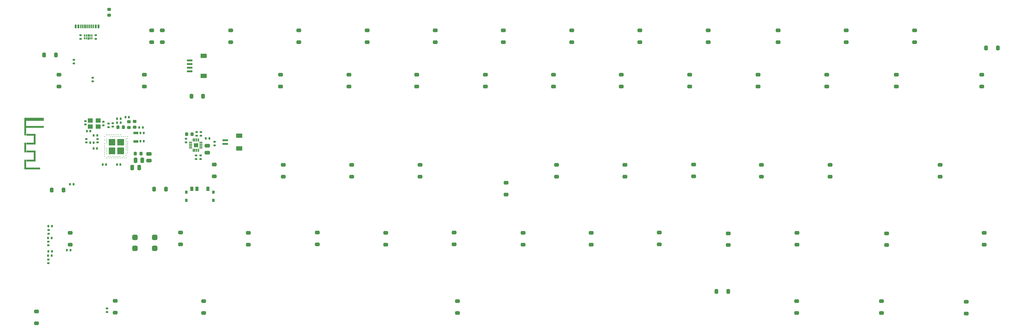
<source format=gbr>
%TF.GenerationSoftware,KiCad,Pcbnew,7.0.1-0*%
%TF.CreationDate,2023-08-04T20:55:53+05:30*%
%TF.ProjectId,Keyboard_60%,4b657962-6f61-4726-945f-3630252e6b69,rev?*%
%TF.SameCoordinates,Original*%
%TF.FileFunction,Paste,Bot*%
%TF.FilePolarity,Positive*%
%FSLAX46Y46*%
G04 Gerber Fmt 4.6, Leading zero omitted, Abs format (unit mm)*
G04 Created by KiCad (PCBNEW 7.0.1-0) date 2023-08-04 20:55:53*
%MOMM*%
%LPD*%
G01*
G04 APERTURE LIST*
G04 Aperture macros list*
%AMRoundRect*
0 Rectangle with rounded corners*
0 $1 Rounding radius*
0 $2 $3 $4 $5 $6 $7 $8 $9 X,Y pos of 4 corners*
0 Add a 4 corners polygon primitive as box body*
4,1,4,$2,$3,$4,$5,$6,$7,$8,$9,$2,$3,0*
0 Add four circle primitives for the rounded corners*
1,1,$1+$1,$2,$3*
1,1,$1+$1,$4,$5*
1,1,$1+$1,$6,$7*
1,1,$1+$1,$8,$9*
0 Add four rect primitives between the rounded corners*
20,1,$1+$1,$2,$3,$4,$5,0*
20,1,$1+$1,$4,$5,$6,$7,0*
20,1,$1+$1,$6,$7,$8,$9,0*
20,1,$1+$1,$8,$9,$2,$3,0*%
G04 Aperture macros list end*
%ADD10C,0.010000*%
%ADD11RoundRect,0.140000X-0.170000X0.140000X-0.170000X-0.140000X0.170000X-0.140000X0.170000X0.140000X0*%
%ADD12RoundRect,0.250000X0.400000X-0.250000X0.400000X0.250000X-0.400000X0.250000X-0.400000X-0.250000X0*%
%ADD13RoundRect,0.225000X0.225000X0.250000X-0.225000X0.250000X-0.225000X-0.250000X0.225000X-0.250000X0*%
%ADD14RoundRect,0.250000X-0.400000X0.250000X-0.400000X-0.250000X0.400000X-0.250000X0.400000X0.250000X0*%
%ADD15C,0.250000*%
%ADD16RoundRect,0.140000X0.140000X0.170000X-0.140000X0.170000X-0.140000X-0.170000X0.140000X-0.170000X0*%
%ADD17R,1.800000X1.200000*%
%ADD18R,1.550000X0.600000*%
%ADD19RoundRect,0.135000X0.185000X-0.135000X0.185000X0.135000X-0.185000X0.135000X-0.185000X-0.135000X0*%
%ADD20RoundRect,0.250000X-0.250000X-0.400000X0.250000X-0.400000X0.250000X0.400000X-0.250000X0.400000X0*%
%ADD21RoundRect,0.250000X0.250000X0.400000X-0.250000X0.400000X-0.250000X-0.400000X0.250000X-0.400000X0*%
%ADD22R,0.800000X0.950000*%
%ADD23R,0.900000X1.250000*%
%ADD24RoundRect,0.140000X-0.140000X-0.170000X0.140000X-0.170000X0.140000X0.170000X-0.140000X0.170000X0*%
%ADD25RoundRect,0.135000X-0.135000X-0.185000X0.135000X-0.185000X0.135000X0.185000X-0.135000X0.185000X0*%
%ADD26RoundRect,0.250000X-0.250000X-0.475000X0.250000X-0.475000X0.250000X0.475000X-0.250000X0.475000X0*%
%ADD27RoundRect,0.135000X-0.185000X0.135000X-0.185000X-0.135000X0.185000X-0.135000X0.185000X0.135000X0*%
%ADD28RoundRect,0.140000X0.170000X-0.140000X0.170000X0.140000X-0.170000X0.140000X-0.170000X-0.140000X0*%
%ADD29RoundRect,0.147500X0.147500X0.172500X-0.147500X0.172500X-0.147500X-0.172500X0.147500X-0.172500X0*%
%ADD30RoundRect,0.250000X-0.475000X0.250000X-0.475000X-0.250000X0.475000X-0.250000X0.475000X0.250000X0*%
%ADD31RoundRect,0.218750X-0.256250X0.218750X-0.256250X-0.218750X0.256250X-0.218750X0.256250X0.218750X0*%
%ADD32RoundRect,0.006000X0.094000X-0.276500X0.094000X0.276500X-0.094000X0.276500X-0.094000X-0.276500X0*%
%ADD33RoundRect,0.218750X0.256250X-0.218750X0.256250X0.218750X-0.256250X0.218750X-0.256250X-0.218750X0*%
%ADD34RoundRect,0.135000X0.135000X0.185000X-0.135000X0.185000X-0.135000X-0.185000X0.135000X-0.185000X0*%
%ADD35RoundRect,0.375000X0.375000X0.375000X-0.375000X0.375000X-0.375000X-0.375000X0.375000X-0.375000X0*%
%ADD36R,1.350000X0.650000*%
%ADD37R,1.400000X1.200000*%
%ADD38R,0.600000X1.140000*%
%ADD39R,0.300000X1.140000*%
%ADD40RoundRect,0.225000X-0.250000X0.225000X-0.250000X-0.225000X0.250000X-0.225000X0.250000X0.225000X0*%
%ADD41RoundRect,0.218750X0.218750X0.256250X-0.218750X0.256250X-0.218750X-0.256250X0.218750X-0.256250X0*%
%ADD42RoundRect,0.007800X0.422200X0.122200X-0.422200X0.122200X-0.422200X-0.122200X0.422200X-0.122200X0*%
%ADD43RoundRect,0.007800X0.122200X-0.422200X0.122200X0.422200X-0.122200X0.422200X-0.122200X-0.422200X0*%
%ADD44R,0.500000X5.000000*%
%ADD45R,0.500000X0.500000*%
%ADD46R,4.900000X0.500000*%
%ADD47R,2.640000X0.500000*%
%ADD48R,0.500000X2.000000*%
%ADD49R,0.500000X2.700000*%
%ADD50R,3.940000X0.500000*%
%ADD51R,4.900000X0.900000*%
%ADD52RoundRect,0.147500X-0.147500X-0.172500X0.147500X-0.172500X0.147500X0.172500X-0.147500X0.172500X0*%
G04 APERTURE END LIST*
%TO.C,U3*%
D10*
X28575000Y-42075000D02*
X26855000Y-42075000D01*
X26855000Y-40355000D01*
X28575000Y-40355000D01*
X28575000Y-42075000D01*
G36*
X28575000Y-42075000D02*
G01*
X26855000Y-42075000D01*
X26855000Y-40355000D01*
X28575000Y-40355000D01*
X28575000Y-42075000D01*
G37*
X28575000Y-39645000D02*
X26855000Y-39645000D01*
X26855000Y-37925000D01*
X28575000Y-37925000D01*
X28575000Y-39645000D01*
G36*
X28575000Y-39645000D02*
G01*
X26855000Y-39645000D01*
X26855000Y-37925000D01*
X28575000Y-37925000D01*
X28575000Y-39645000D01*
G37*
X26145000Y-42075000D02*
X24425000Y-42075000D01*
X24425000Y-40355000D01*
X26145000Y-40355000D01*
X26145000Y-42075000D01*
G36*
X26145000Y-42075000D02*
G01*
X24425000Y-42075000D01*
X24425000Y-40355000D01*
X26145000Y-40355000D01*
X26145000Y-42075000D01*
G37*
X26145000Y-39645000D02*
X24425000Y-39645000D01*
X24425000Y-37925000D01*
X26145000Y-37925000D01*
X26145000Y-39645000D01*
G36*
X26145000Y-39645000D02*
G01*
X24425000Y-39645000D01*
X24425000Y-37925000D01*
X26145000Y-37925000D01*
X26145000Y-39645000D01*
G37*
%TO.C,U4*%
X18823000Y-9603500D02*
X18825000Y-9603500D01*
X18828000Y-9604500D01*
X18830000Y-9604500D01*
X18833000Y-9605500D01*
X18835000Y-9606500D01*
X18838000Y-9607500D01*
X18840000Y-9609500D01*
X18842000Y-9610500D01*
X18844000Y-9612500D01*
X18846000Y-9613500D01*
X18848000Y-9615500D01*
X18850000Y-9617500D01*
X18852000Y-9619500D01*
X18854000Y-9621500D01*
X18855000Y-9623500D01*
X18857000Y-9625500D01*
X18858000Y-9627500D01*
X18860000Y-9629500D01*
X18861000Y-9632500D01*
X18862000Y-9634500D01*
X18863000Y-9637500D01*
X18863000Y-9639500D01*
X18864000Y-9642500D01*
X18864000Y-9644500D01*
X18865000Y-9647500D01*
X18865000Y-9649500D01*
X18865000Y-9652500D01*
X18865000Y-10117500D01*
X18865000Y-10120500D01*
X18865000Y-10122500D01*
X18864000Y-10125500D01*
X18864000Y-10127500D01*
X18863000Y-10130500D01*
X18863000Y-10132500D01*
X18862000Y-10135500D01*
X18861000Y-10137500D01*
X18860000Y-10140500D01*
X18858000Y-10142500D01*
X18857000Y-10144500D01*
X18855000Y-10146500D01*
X18854000Y-10148500D01*
X18852000Y-10150500D01*
X18850000Y-10152500D01*
X18848000Y-10154500D01*
X18846000Y-10156500D01*
X18844000Y-10157500D01*
X18842000Y-10159500D01*
X18840000Y-10160500D01*
X18838000Y-10162500D01*
X18835000Y-10163500D01*
X18833000Y-10164500D01*
X18830000Y-10165500D01*
X18828000Y-10165500D01*
X18825000Y-10166500D01*
X18823000Y-10166500D01*
X18820000Y-10167500D01*
X18818000Y-10167500D01*
X18815000Y-10167500D01*
X18555000Y-10167500D01*
X18552000Y-10167500D01*
X18550000Y-10167500D01*
X18547000Y-10166500D01*
X18545000Y-10166500D01*
X18542000Y-10165500D01*
X18540000Y-10165500D01*
X18537000Y-10164500D01*
X18535000Y-10163500D01*
X18532000Y-10162500D01*
X18530000Y-10160500D01*
X18528000Y-10159500D01*
X18526000Y-10157500D01*
X18524000Y-10156500D01*
X18522000Y-10154500D01*
X18520000Y-10152500D01*
X18518000Y-10150500D01*
X18516000Y-10148500D01*
X18515000Y-10146500D01*
X18513000Y-10144500D01*
X18512000Y-10142500D01*
X18510000Y-10140500D01*
X18509000Y-10137500D01*
X18508000Y-10135500D01*
X18507000Y-10132500D01*
X18507000Y-10130500D01*
X18506000Y-10127500D01*
X18506000Y-10125500D01*
X18505000Y-10122500D01*
X18505000Y-10120500D01*
X18505000Y-10117500D01*
X18505000Y-9652500D01*
X18505000Y-9649500D01*
X18505000Y-9647500D01*
X18506000Y-9644500D01*
X18506000Y-9642500D01*
X18507000Y-9639500D01*
X18507000Y-9637500D01*
X18508000Y-9634500D01*
X18509000Y-9632500D01*
X18510000Y-9629500D01*
X18512000Y-9627500D01*
X18513000Y-9625500D01*
X18515000Y-9623500D01*
X18516000Y-9621500D01*
X18518000Y-9619500D01*
X18520000Y-9617500D01*
X18522000Y-9615500D01*
X18524000Y-9613500D01*
X18526000Y-9612500D01*
X18528000Y-9610500D01*
X18530000Y-9609500D01*
X18532000Y-9607500D01*
X18535000Y-9606500D01*
X18537000Y-9605500D01*
X18540000Y-9604500D01*
X18542000Y-9604500D01*
X18545000Y-9603500D01*
X18547000Y-9603500D01*
X18550000Y-9602500D01*
X18552000Y-9602500D01*
X18555000Y-9602500D01*
X18815000Y-9602500D01*
X18818000Y-9602500D01*
X18820000Y-9602500D01*
X18823000Y-9603500D01*
G36*
X18823000Y-9603500D02*
G01*
X18825000Y-9603500D01*
X18828000Y-9604500D01*
X18830000Y-9604500D01*
X18833000Y-9605500D01*
X18835000Y-9606500D01*
X18838000Y-9607500D01*
X18840000Y-9609500D01*
X18842000Y-9610500D01*
X18844000Y-9612500D01*
X18846000Y-9613500D01*
X18848000Y-9615500D01*
X18850000Y-9617500D01*
X18852000Y-9619500D01*
X18854000Y-9621500D01*
X18855000Y-9623500D01*
X18857000Y-9625500D01*
X18858000Y-9627500D01*
X18860000Y-9629500D01*
X18861000Y-9632500D01*
X18862000Y-9634500D01*
X18863000Y-9637500D01*
X18863000Y-9639500D01*
X18864000Y-9642500D01*
X18864000Y-9644500D01*
X18865000Y-9647500D01*
X18865000Y-9649500D01*
X18865000Y-9652500D01*
X18865000Y-10117500D01*
X18865000Y-10120500D01*
X18865000Y-10122500D01*
X18864000Y-10125500D01*
X18864000Y-10127500D01*
X18863000Y-10130500D01*
X18863000Y-10132500D01*
X18862000Y-10135500D01*
X18861000Y-10137500D01*
X18860000Y-10140500D01*
X18858000Y-10142500D01*
X18857000Y-10144500D01*
X18855000Y-10146500D01*
X18854000Y-10148500D01*
X18852000Y-10150500D01*
X18850000Y-10152500D01*
X18848000Y-10154500D01*
X18846000Y-10156500D01*
X18844000Y-10157500D01*
X18842000Y-10159500D01*
X18840000Y-10160500D01*
X18838000Y-10162500D01*
X18835000Y-10163500D01*
X18833000Y-10164500D01*
X18830000Y-10165500D01*
X18828000Y-10165500D01*
X18825000Y-10166500D01*
X18823000Y-10166500D01*
X18820000Y-10167500D01*
X18818000Y-10167500D01*
X18815000Y-10167500D01*
X18555000Y-10167500D01*
X18552000Y-10167500D01*
X18550000Y-10167500D01*
X18547000Y-10166500D01*
X18545000Y-10166500D01*
X18542000Y-10165500D01*
X18540000Y-10165500D01*
X18537000Y-10164500D01*
X18535000Y-10163500D01*
X18532000Y-10162500D01*
X18530000Y-10160500D01*
X18528000Y-10159500D01*
X18526000Y-10157500D01*
X18524000Y-10156500D01*
X18522000Y-10154500D01*
X18520000Y-10152500D01*
X18518000Y-10150500D01*
X18516000Y-10148500D01*
X18515000Y-10146500D01*
X18513000Y-10144500D01*
X18512000Y-10142500D01*
X18510000Y-10140500D01*
X18509000Y-10137500D01*
X18508000Y-10135500D01*
X18507000Y-10132500D01*
X18507000Y-10130500D01*
X18506000Y-10127500D01*
X18506000Y-10125500D01*
X18505000Y-10122500D01*
X18505000Y-10120500D01*
X18505000Y-10117500D01*
X18505000Y-9652500D01*
X18505000Y-9649500D01*
X18505000Y-9647500D01*
X18506000Y-9644500D01*
X18506000Y-9642500D01*
X18507000Y-9639500D01*
X18507000Y-9637500D01*
X18508000Y-9634500D01*
X18509000Y-9632500D01*
X18510000Y-9629500D01*
X18512000Y-9627500D01*
X18513000Y-9625500D01*
X18515000Y-9623500D01*
X18516000Y-9621500D01*
X18518000Y-9619500D01*
X18520000Y-9617500D01*
X18522000Y-9615500D01*
X18524000Y-9613500D01*
X18526000Y-9612500D01*
X18528000Y-9610500D01*
X18530000Y-9609500D01*
X18532000Y-9607500D01*
X18535000Y-9606500D01*
X18537000Y-9605500D01*
X18540000Y-9604500D01*
X18542000Y-9604500D01*
X18545000Y-9603500D01*
X18547000Y-9603500D01*
X18550000Y-9602500D01*
X18552000Y-9602500D01*
X18555000Y-9602500D01*
X18815000Y-9602500D01*
X18818000Y-9602500D01*
X18820000Y-9602500D01*
X18823000Y-9603500D01*
G37*
X18823000Y-8768500D02*
X18825000Y-8768500D01*
X18828000Y-8769500D01*
X18830000Y-8769500D01*
X18833000Y-8770500D01*
X18835000Y-8771500D01*
X18838000Y-8772500D01*
X18840000Y-8774500D01*
X18842000Y-8775500D01*
X18844000Y-8777500D01*
X18846000Y-8778500D01*
X18848000Y-8780500D01*
X18850000Y-8782500D01*
X18852000Y-8784500D01*
X18854000Y-8786500D01*
X18855000Y-8788500D01*
X18857000Y-8790500D01*
X18858000Y-8792500D01*
X18860000Y-8794500D01*
X18861000Y-8797500D01*
X18862000Y-8799500D01*
X18863000Y-8802500D01*
X18863000Y-8804500D01*
X18864000Y-8807500D01*
X18864000Y-8809500D01*
X18865000Y-8812500D01*
X18865000Y-8814500D01*
X18865000Y-8817500D01*
X18865000Y-9282500D01*
X18865000Y-9285500D01*
X18865000Y-9287500D01*
X18864000Y-9290500D01*
X18864000Y-9292500D01*
X18863000Y-9295500D01*
X18863000Y-9297500D01*
X18862000Y-9300500D01*
X18861000Y-9302500D01*
X18860000Y-9305500D01*
X18858000Y-9307500D01*
X18857000Y-9309500D01*
X18855000Y-9311500D01*
X18854000Y-9313500D01*
X18852000Y-9315500D01*
X18850000Y-9317500D01*
X18848000Y-9319500D01*
X18846000Y-9321500D01*
X18844000Y-9322500D01*
X18842000Y-9324500D01*
X18840000Y-9325500D01*
X18838000Y-9327500D01*
X18835000Y-9328500D01*
X18833000Y-9329500D01*
X18830000Y-9330500D01*
X18828000Y-9330500D01*
X18825000Y-9331500D01*
X18823000Y-9331500D01*
X18820000Y-9332500D01*
X18818000Y-9332500D01*
X18815000Y-9332500D01*
X18555000Y-9332500D01*
X18552000Y-9332500D01*
X18550000Y-9332500D01*
X18547000Y-9331500D01*
X18545000Y-9331500D01*
X18542000Y-9330500D01*
X18540000Y-9330500D01*
X18537000Y-9329500D01*
X18535000Y-9328500D01*
X18532000Y-9327500D01*
X18530000Y-9325500D01*
X18528000Y-9324500D01*
X18526000Y-9322500D01*
X18524000Y-9321500D01*
X18522000Y-9319500D01*
X18520000Y-9317500D01*
X18518000Y-9315500D01*
X18516000Y-9313500D01*
X18515000Y-9311500D01*
X18513000Y-9309500D01*
X18512000Y-9307500D01*
X18510000Y-9305500D01*
X18509000Y-9302500D01*
X18508000Y-9300500D01*
X18507000Y-9297500D01*
X18507000Y-9295500D01*
X18506000Y-9292500D01*
X18506000Y-9290500D01*
X18505000Y-9287500D01*
X18505000Y-9285500D01*
X18505000Y-9282500D01*
X18505000Y-8817500D01*
X18505000Y-8814500D01*
X18505000Y-8812500D01*
X18506000Y-8809500D01*
X18506000Y-8807500D01*
X18507000Y-8804500D01*
X18507000Y-8802500D01*
X18508000Y-8799500D01*
X18509000Y-8797500D01*
X18510000Y-8794500D01*
X18512000Y-8792500D01*
X18513000Y-8790500D01*
X18515000Y-8788500D01*
X18516000Y-8786500D01*
X18518000Y-8784500D01*
X18520000Y-8782500D01*
X18522000Y-8780500D01*
X18524000Y-8778500D01*
X18526000Y-8777500D01*
X18528000Y-8775500D01*
X18530000Y-8774500D01*
X18532000Y-8772500D01*
X18535000Y-8771500D01*
X18537000Y-8770500D01*
X18540000Y-8769500D01*
X18542000Y-8769500D01*
X18545000Y-8768500D01*
X18547000Y-8768500D01*
X18550000Y-8767500D01*
X18552000Y-8767500D01*
X18555000Y-8767500D01*
X18815000Y-8767500D01*
X18818000Y-8767500D01*
X18820000Y-8767500D01*
X18823000Y-8768500D01*
G36*
X18823000Y-8768500D02*
G01*
X18825000Y-8768500D01*
X18828000Y-8769500D01*
X18830000Y-8769500D01*
X18833000Y-8770500D01*
X18835000Y-8771500D01*
X18838000Y-8772500D01*
X18840000Y-8774500D01*
X18842000Y-8775500D01*
X18844000Y-8777500D01*
X18846000Y-8778500D01*
X18848000Y-8780500D01*
X18850000Y-8782500D01*
X18852000Y-8784500D01*
X18854000Y-8786500D01*
X18855000Y-8788500D01*
X18857000Y-8790500D01*
X18858000Y-8792500D01*
X18860000Y-8794500D01*
X18861000Y-8797500D01*
X18862000Y-8799500D01*
X18863000Y-8802500D01*
X18863000Y-8804500D01*
X18864000Y-8807500D01*
X18864000Y-8809500D01*
X18865000Y-8812500D01*
X18865000Y-8814500D01*
X18865000Y-8817500D01*
X18865000Y-9282500D01*
X18865000Y-9285500D01*
X18865000Y-9287500D01*
X18864000Y-9290500D01*
X18864000Y-9292500D01*
X18863000Y-9295500D01*
X18863000Y-9297500D01*
X18862000Y-9300500D01*
X18861000Y-9302500D01*
X18860000Y-9305500D01*
X18858000Y-9307500D01*
X18857000Y-9309500D01*
X18855000Y-9311500D01*
X18854000Y-9313500D01*
X18852000Y-9315500D01*
X18850000Y-9317500D01*
X18848000Y-9319500D01*
X18846000Y-9321500D01*
X18844000Y-9322500D01*
X18842000Y-9324500D01*
X18840000Y-9325500D01*
X18838000Y-9327500D01*
X18835000Y-9328500D01*
X18833000Y-9329500D01*
X18830000Y-9330500D01*
X18828000Y-9330500D01*
X18825000Y-9331500D01*
X18823000Y-9331500D01*
X18820000Y-9332500D01*
X18818000Y-9332500D01*
X18815000Y-9332500D01*
X18555000Y-9332500D01*
X18552000Y-9332500D01*
X18550000Y-9332500D01*
X18547000Y-9331500D01*
X18545000Y-9331500D01*
X18542000Y-9330500D01*
X18540000Y-9330500D01*
X18537000Y-9329500D01*
X18535000Y-9328500D01*
X18532000Y-9327500D01*
X18530000Y-9325500D01*
X18528000Y-9324500D01*
X18526000Y-9322500D01*
X18524000Y-9321500D01*
X18522000Y-9319500D01*
X18520000Y-9317500D01*
X18518000Y-9315500D01*
X18516000Y-9313500D01*
X18515000Y-9311500D01*
X18513000Y-9309500D01*
X18512000Y-9307500D01*
X18510000Y-9305500D01*
X18509000Y-9302500D01*
X18508000Y-9300500D01*
X18507000Y-9297500D01*
X18507000Y-9295500D01*
X18506000Y-9292500D01*
X18506000Y-9290500D01*
X18505000Y-9287500D01*
X18505000Y-9285500D01*
X18505000Y-9282500D01*
X18505000Y-8817500D01*
X18505000Y-8814500D01*
X18505000Y-8812500D01*
X18506000Y-8809500D01*
X18506000Y-8807500D01*
X18507000Y-8804500D01*
X18507000Y-8802500D01*
X18508000Y-8799500D01*
X18509000Y-8797500D01*
X18510000Y-8794500D01*
X18512000Y-8792500D01*
X18513000Y-8790500D01*
X18515000Y-8788500D01*
X18516000Y-8786500D01*
X18518000Y-8784500D01*
X18520000Y-8782500D01*
X18522000Y-8780500D01*
X18524000Y-8778500D01*
X18526000Y-8777500D01*
X18528000Y-8775500D01*
X18530000Y-8774500D01*
X18532000Y-8772500D01*
X18535000Y-8771500D01*
X18537000Y-8770500D01*
X18540000Y-8769500D01*
X18542000Y-8769500D01*
X18545000Y-8768500D01*
X18547000Y-8768500D01*
X18550000Y-8767500D01*
X18552000Y-8767500D01*
X18555000Y-8767500D01*
X18815000Y-8767500D01*
X18818000Y-8767500D01*
X18820000Y-8767500D01*
X18823000Y-8768500D01*
G37*
%TO.C,U1*%
X49245000Y-40180000D02*
X48185000Y-40180000D01*
X48185000Y-39120000D01*
X49245000Y-39120000D01*
X49245000Y-40180000D01*
G36*
X49245000Y-40180000D02*
G01*
X48185000Y-40180000D01*
X48185000Y-39120000D01*
X49245000Y-39120000D01*
X49245000Y-40180000D01*
G37*
%TD*%
D11*
%TO.C,C5*%
X22915000Y-33170000D03*
X22915000Y-34130000D03*
%TD*%
D12*
%TO.C,D47*%
X63335000Y-67450000D03*
X63335000Y-64150000D03*
%TD*%
%TO.C,D4*%
X36435000Y-10950000D03*
X36435000Y-7650000D03*
%TD*%
D13*
%TO.C,C14*%
X28525000Y-34650000D03*
X26975000Y-34650000D03*
%TD*%
D14*
%TO.C,D31*%
X267635000Y-20050000D03*
X267635000Y-23350000D03*
%TD*%
D15*
%TO.C,U3*%
X27750000Y-36750000D03*
X27250000Y-36750000D03*
X26750000Y-36750000D03*
X26250000Y-36750000D03*
X25750000Y-36750000D03*
X25250000Y-36750000D03*
X24750000Y-36750000D03*
X24250000Y-36750000D03*
X23750000Y-36750000D03*
X23250000Y-42250000D03*
X29250000Y-42500000D03*
X28500000Y-42750000D03*
X27500000Y-42750000D03*
X27000000Y-42750000D03*
X26500000Y-42750000D03*
X26000000Y-42750000D03*
X25500000Y-42750000D03*
X25000000Y-42750000D03*
X24500000Y-42750000D03*
X23250000Y-42750000D03*
X29250000Y-43250000D03*
X28750000Y-43250000D03*
X28250000Y-43250000D03*
X27750000Y-43250000D03*
X27250000Y-43250000D03*
X26750000Y-43250000D03*
X26250000Y-43250000D03*
X25750000Y-43250000D03*
X25250000Y-43250000D03*
X24750000Y-43250000D03*
X24250000Y-43250000D03*
X23750000Y-43250000D03*
X29750000Y-37250000D03*
X29000000Y-37250000D03*
X28500000Y-37250000D03*
X28000000Y-37250000D03*
X27500000Y-37250000D03*
X27000000Y-37250000D03*
X26500000Y-37250000D03*
X26000000Y-37250000D03*
X25500000Y-37250000D03*
X25000000Y-37250000D03*
X23250000Y-37250000D03*
X29750000Y-37750000D03*
X29250000Y-38000000D03*
X23750000Y-38000000D03*
X23250000Y-38250000D03*
X29250000Y-38500000D03*
X23750000Y-38500000D03*
X29750000Y-38750000D03*
X29250000Y-39000000D03*
X23750000Y-39000000D03*
X29750000Y-39250000D03*
X23250000Y-39250000D03*
X29250000Y-39500000D03*
X29750000Y-39750000D03*
X23250000Y-39750000D03*
X29250000Y-40000000D03*
X29750000Y-40250000D03*
X23250000Y-40250000D03*
X29250000Y-40500000D03*
X23750000Y-40500000D03*
X29750000Y-40750000D03*
X23250000Y-40750000D03*
X29250000Y-41000000D03*
X23750000Y-41000000D03*
X29750000Y-41250000D03*
X23250000Y-41250000D03*
X23750000Y-41500000D03*
X29750000Y-41750000D03*
X23250000Y-41750000D03*
X29250000Y-42000000D03*
X23750000Y-42000000D03*
%TD*%
D16*
%TO.C,C27*%
X33930000Y-34750000D03*
X32970000Y-34750000D03*
%TD*%
D17*
%TO.C,J1*%
X50875000Y-14740000D03*
X50875000Y-20340000D03*
D18*
X47000000Y-16040000D03*
X47000000Y-17040000D03*
X47000000Y-18040000D03*
X47000000Y-19040000D03*
%TD*%
D12*
%TO.C,D45*%
X13735000Y-67450000D03*
X13735000Y-64150000D03*
%TD*%
D19*
%TO.C,R23*%
X23935000Y-86210000D03*
X23935000Y-85190000D03*
%TD*%
D12*
%TO.C,D9*%
X115400000Y-10950000D03*
X115400000Y-7650000D03*
%TD*%
%TO.C,D5*%
X39335000Y-10950000D03*
X39335000Y-7650000D03*
%TD*%
D20*
%TO.C,D62*%
X193750000Y-80500000D03*
X197050000Y-80500000D03*
%TD*%
D14*
%TO.C,D26*%
X167235000Y-20050000D03*
X167235000Y-23350000D03*
%TD*%
%TO.C,D21*%
X72335000Y-20050000D03*
X72335000Y-23350000D03*
%TD*%
%TO.C,D23*%
X110235000Y-20050000D03*
X110235000Y-23350000D03*
%TD*%
D12*
%TO.C,D39*%
X149135000Y-48450000D03*
X149135000Y-45150000D03*
%TD*%
%TO.C,D37*%
X111135000Y-48450000D03*
X111135000Y-45150000D03*
%TD*%
D21*
%TO.C,D32*%
X11885000Y-52200000D03*
X8585000Y-52200000D03*
%TD*%
D22*
%TO.C,SW1*%
X53550000Y-55090000D03*
X53550000Y-52790000D03*
X46050000Y-55090000D03*
X46050000Y-52790000D03*
D23*
X52050000Y-51840000D03*
X49050000Y-51840000D03*
X47550000Y-51840000D03*
%TD*%
D12*
%TO.C,D64*%
X239700000Y-86450000D03*
X239700000Y-83150000D03*
%TD*%
D21*
%TO.C,D33*%
X40350000Y-51900000D03*
X37050000Y-51900000D03*
%TD*%
D14*
%TO.C,D27*%
X186235000Y-20050000D03*
X186235000Y-23350000D03*
%TD*%
D12*
%TO.C,D58*%
X4335000Y-89350000D03*
X4335000Y-86050000D03*
%TD*%
D24*
%TO.C,C17*%
X20270000Y-36950000D03*
X21230000Y-36950000D03*
%TD*%
D25*
%TO.C,R18*%
X7625000Y-69300000D03*
X8645000Y-69300000D03*
%TD*%
%TO.C,R15*%
X26740000Y-32250000D03*
X27760000Y-32250000D03*
%TD*%
D16*
%TO.C,C24*%
X23695000Y-45050000D03*
X22735000Y-45050000D03*
%TD*%
D26*
%TO.C,C21*%
X31900000Y-43850000D03*
X33800000Y-43850000D03*
%TD*%
D12*
%TO.C,D35*%
X73035000Y-48450000D03*
X73035000Y-45150000D03*
%TD*%
%TO.C,D53*%
X177835000Y-67350000D03*
X177835000Y-64050000D03*
%TD*%
%TO.C,D48*%
X82535000Y-67350000D03*
X82535000Y-64050000D03*
%TD*%
D14*
%TO.C,D24*%
X129335000Y-20050000D03*
X129335000Y-23350000D03*
%TD*%
D27*
%TO.C,R9*%
X7635000Y-66590000D03*
X7635000Y-67610000D03*
%TD*%
D28*
%TO.C,C6*%
X17915000Y-33930000D03*
X17915000Y-32970000D03*
%TD*%
D12*
%TO.C,D6*%
X58400000Y-10950000D03*
X58400000Y-7650000D03*
%TD*%
D25*
%TO.C,R11*%
X7525000Y-65600000D03*
X8545000Y-65600000D03*
%TD*%
D27*
%TO.C,R2*%
X50035000Y-42495000D03*
X50035000Y-43515000D03*
%TD*%
D12*
%TO.C,D38*%
X135100000Y-53450000D03*
X135100000Y-50150000D03*
%TD*%
%TO.C,D10*%
X134400000Y-10950000D03*
X134400000Y-7650000D03*
%TD*%
%TO.C,D50*%
X120635000Y-67350000D03*
X120635000Y-64050000D03*
%TD*%
%TO.C,D61*%
X121535000Y-86450000D03*
X121535000Y-83150000D03*
%TD*%
D27*
%TO.C,R20*%
X20000000Y-20890000D03*
X20000000Y-21910000D03*
%TD*%
D29*
%TO.C,L1*%
X20235000Y-38950000D03*
X19265000Y-38950000D03*
%TD*%
D30*
%TO.C,C2*%
X51935000Y-39855000D03*
X51935000Y-41755000D03*
%TD*%
D31*
%TO.C,L3*%
X30050000Y-33162500D03*
X30050000Y-34737500D03*
%TD*%
D32*
%TO.C,U4*%
X19685000Y-9885000D03*
X19185000Y-9885000D03*
X18185000Y-9885000D03*
X17685000Y-9885000D03*
X17685000Y-9050000D03*
X18185000Y-9050000D03*
X19185000Y-9050000D03*
X19685000Y-9050000D03*
%TD*%
D33*
%TO.C,L2*%
X24535000Y-3387500D03*
X24535000Y-1812500D03*
%TD*%
D30*
%TO.C,C22*%
X35650000Y-42100000D03*
X35650000Y-44000000D03*
%TD*%
D34*
%TO.C,R21*%
X14610000Y-50550000D03*
X13590000Y-50550000D03*
%TD*%
D12*
%TO.C,D49*%
X101635000Y-67450000D03*
X101635000Y-64150000D03*
%TD*%
D14*
%TO.C,D30*%
X243835000Y-20050000D03*
X243835000Y-23350000D03*
%TD*%
D27*
%TO.C,R14*%
X53900000Y-38730000D03*
X53900000Y-39750000D03*
%TD*%
%TO.C,R4*%
X46000000Y-37840000D03*
X46000000Y-38860000D03*
%TD*%
D12*
%TO.C,D44*%
X256035000Y-48450000D03*
X256035000Y-45150000D03*
%TD*%
D14*
%TO.C,D28*%
X205335000Y-20050000D03*
X205335000Y-23350000D03*
%TD*%
%TO.C,D29*%
X224435000Y-20050000D03*
X224435000Y-23350000D03*
%TD*%
D12*
%TO.C,D55*%
X216135000Y-67450000D03*
X216135000Y-64150000D03*
%TD*%
D20*
%TO.C,D20*%
X47450000Y-26040000D03*
X50750000Y-26040000D03*
%TD*%
D12*
%TO.C,D40*%
X168235000Y-48450000D03*
X168235000Y-45150000D03*
%TD*%
D16*
%TO.C,C7*%
X34195000Y-36250000D03*
X33235000Y-36250000D03*
%TD*%
D12*
%TO.C,D65*%
X263300000Y-86650000D03*
X263300000Y-83350000D03*
%TD*%
D35*
%TO.C,SW2*%
X37225000Y-65400000D03*
X31775000Y-65400000D03*
X37225000Y-68400000D03*
X31775000Y-68400000D03*
%TD*%
D12*
%TO.C,D15*%
X229900000Y-10950000D03*
X229900000Y-7650000D03*
%TD*%
D13*
%TO.C,C1*%
X47675000Y-36600000D03*
X46125000Y-36600000D03*
%TD*%
D12*
%TO.C,D59*%
X26235000Y-86350000D03*
X26235000Y-83050000D03*
%TD*%
D17*
%TO.C,BT1*%
X60800000Y-37000000D03*
X60800000Y-40600000D03*
D18*
X56925000Y-38300000D03*
X56925000Y-39300000D03*
%TD*%
D16*
%TO.C,C8*%
X34195000Y-38550000D03*
X33235000Y-38550000D03*
%TD*%
D12*
%TO.C,D63*%
X216100000Y-86450000D03*
X216100000Y-83150000D03*
%TD*%
D24*
%TO.C,C9*%
X20220000Y-40600000D03*
X21180000Y-40600000D03*
%TD*%
D12*
%TO.C,D57*%
X268335000Y-67450000D03*
X268335000Y-64150000D03*
%TD*%
%TO.C,D51*%
X139835000Y-67450000D03*
X139835000Y-64150000D03*
%TD*%
%TO.C,D43*%
X225335000Y-48450000D03*
X225335000Y-45150000D03*
%TD*%
%TO.C,D60*%
X50900000Y-86450000D03*
X50900000Y-83150000D03*
%TD*%
D36*
%TO.C,Y2*%
X32015000Y-36250000D03*
X32015000Y-38650000D03*
%TD*%
D14*
%TO.C,D22*%
X91335000Y-20050000D03*
X91335000Y-23350000D03*
%TD*%
D34*
%TO.C,R22*%
X13760000Y-68950000D03*
X12740000Y-68950000D03*
%TD*%
D16*
%TO.C,C16*%
X27730000Y-33350000D03*
X26770000Y-33350000D03*
%TD*%
D27*
%TO.C,R17*%
X20835000Y-9040000D03*
X20835000Y-10060000D03*
%TD*%
D14*
%TO.C,D19*%
X34335000Y-20050000D03*
X34335000Y-23350000D03*
%TD*%
D19*
%TO.C,R5*%
X48935000Y-37025000D03*
X48935000Y-36005000D03*
%TD*%
D20*
%TO.C,D17*%
X268850000Y-12540000D03*
X272150000Y-12540000D03*
%TD*%
D28*
%TO.C,C10*%
X21350000Y-38930000D03*
X21350000Y-37970000D03*
%TD*%
D25*
%TO.C,R12*%
X7625000Y-62300000D03*
X8645000Y-62300000D03*
%TD*%
%TO.C,R10*%
X7525000Y-70500000D03*
X8545000Y-70500000D03*
%TD*%
D12*
%TO.C,D36*%
X92135000Y-48450000D03*
X92135000Y-45150000D03*
%TD*%
%TO.C,D12*%
X172400000Y-10950000D03*
X172400000Y-7650000D03*
%TD*%
D27*
%TO.C,R3*%
X50135000Y-35995000D03*
X50135000Y-37015000D03*
%TD*%
D12*
%TO.C,D11*%
X153400000Y-10950000D03*
X153400000Y-7650000D03*
%TD*%
%TO.C,D46*%
X44435000Y-67350000D03*
X44435000Y-64050000D03*
%TD*%
D37*
%TO.C,Y1*%
X21515000Y-34500000D03*
X19315000Y-34500000D03*
X19315000Y-32800000D03*
X21515000Y-32800000D03*
%TD*%
D25*
%TO.C,TH1*%
X51490000Y-37800000D03*
X52510000Y-37800000D03*
%TD*%
D38*
%TO.C,J4*%
X15200000Y-6550000D03*
X16000000Y-6550000D03*
D39*
X17150000Y-6550000D03*
X18150000Y-6550000D03*
X18650000Y-6550000D03*
X19650000Y-6550000D03*
D38*
X21600000Y-6550000D03*
X20800000Y-6550000D03*
D39*
X20150000Y-6550000D03*
X19150000Y-6550000D03*
X17650000Y-6550000D03*
X16650000Y-6550000D03*
%TD*%
D12*
%TO.C,D7*%
X77400000Y-10950000D03*
X77400000Y-7650000D03*
%TD*%
%TO.C,D8*%
X96400000Y-10950000D03*
X96400000Y-7650000D03*
%TD*%
%TO.C,D34*%
X53835000Y-48350000D03*
X53835000Y-45050000D03*
%TD*%
%TO.C,D56*%
X241135000Y-67550000D03*
X241135000Y-64250000D03*
%TD*%
D14*
%TO.C,D18*%
X10585000Y-20050000D03*
X10585000Y-23350000D03*
%TD*%
D21*
%TO.C,D3*%
X9735000Y-14550000D03*
X6435000Y-14550000D03*
%TD*%
D12*
%TO.C,D54*%
X197035000Y-67550000D03*
X197035000Y-64250000D03*
%TD*%
D11*
%TO.C,C12*%
X25550000Y-33570000D03*
X25550000Y-34530000D03*
%TD*%
D24*
%TO.C,C13*%
X18370000Y-35750000D03*
X19330000Y-35750000D03*
%TD*%
D28*
%TO.C,C26*%
X24365000Y-34630000D03*
X24365000Y-33670000D03*
%TD*%
D12*
%TO.C,D16*%
X248900000Y-10950000D03*
X248900000Y-7650000D03*
%TD*%
D27*
%TO.C,R13*%
X7700000Y-63390000D03*
X7700000Y-64410000D03*
%TD*%
D12*
%TO.C,D13*%
X191400000Y-10950000D03*
X191400000Y-7650000D03*
%TD*%
D28*
%TO.C,C11*%
X18185000Y-38930000D03*
X18185000Y-37970000D03*
%TD*%
D27*
%TO.C,R19*%
X14700000Y-15880000D03*
X14700000Y-16900000D03*
%TD*%
D12*
%TO.C,D42*%
X206235000Y-48450000D03*
X206235000Y-45150000D03*
%TD*%
%TO.C,D41*%
X187335000Y-48350000D03*
X187335000Y-45050000D03*
%TD*%
D40*
%TO.C,C23*%
X31650000Y-33075000D03*
X31650000Y-34625000D03*
%TD*%
D12*
%TO.C,D52*%
X158835000Y-67450000D03*
X158835000Y-64150000D03*
%TD*%
D27*
%TO.C,R16*%
X16585000Y-9040000D03*
X16585000Y-10060000D03*
%TD*%
D41*
%TO.C,L5*%
X33437500Y-42050000D03*
X31862500Y-42050000D03*
%TD*%
D42*
%TO.C,U1*%
X50150000Y-38900000D03*
X50150000Y-39400000D03*
X50150000Y-39900000D03*
X50150000Y-40400000D03*
D43*
X49465000Y-41085000D03*
X48965000Y-41085000D03*
X48465000Y-41085000D03*
X47965000Y-41085000D03*
D42*
X47280000Y-40400000D03*
X47280000Y-39900000D03*
X47280000Y-39400000D03*
X47280000Y-38900000D03*
D43*
X47965000Y-38215000D03*
X48465000Y-38215000D03*
X48965000Y-38215000D03*
X49465000Y-38215000D03*
%TD*%
D24*
%TO.C,C25*%
X26735000Y-45050000D03*
X27695000Y-45050000D03*
%TD*%
D14*
%TO.C,D25*%
X148335000Y-20050000D03*
X148335000Y-23350000D03*
%TD*%
D12*
%TO.C,D14*%
X210900000Y-10950000D03*
X210900000Y-7650000D03*
%TD*%
D44*
%TO.C,AE1*%
X1195000Y-34500000D03*
D45*
X6095000Y-34550000D03*
D46*
X3895000Y-34550000D03*
D47*
X2765000Y-36750000D03*
D48*
X3835000Y-38000000D03*
D47*
X2765000Y-39250000D03*
D49*
X1195000Y-40350000D03*
D47*
X2765000Y-41450000D03*
D48*
X3835000Y-42700000D03*
D47*
X2765000Y-43950000D03*
D49*
X1195000Y-45050000D03*
D50*
X3415000Y-46150000D03*
D51*
X3895000Y-32450000D03*
%TD*%
D52*
%TO.C,L4*%
X29115000Y-31900000D03*
X30085000Y-31900000D03*
%TD*%
D26*
%TO.C,C20*%
X31000000Y-45950000D03*
X32900000Y-45950000D03*
%TD*%
D27*
%TO.C,R1*%
X48785000Y-42495000D03*
X48785000Y-43515000D03*
%TD*%
%TO.C,R8*%
X7635000Y-71590000D03*
X7635000Y-72610000D03*
%TD*%
M02*

</source>
